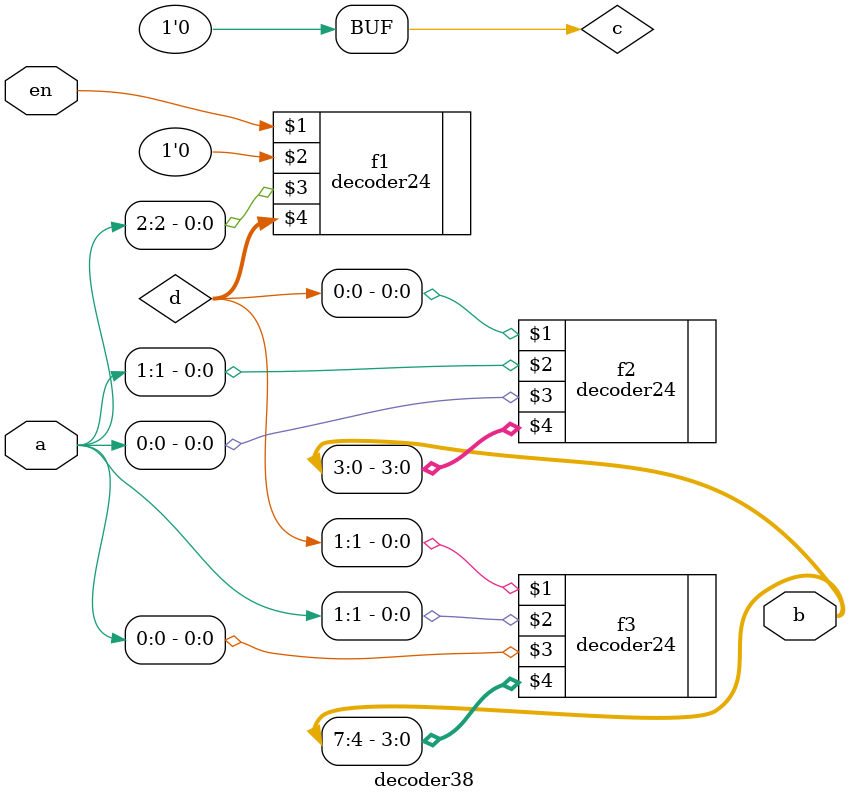
<source format=v>
`include "A1Q3_2-4decoder.v"

module decoder38(en, a, b);
input [2:0] a;
input en;
wire [3:0] d;
output [7:0] b;
reg c = 0;
decoder24 f1 (en, c, a[2], d); //to get d output for using next two 2-4decoder
decoder24 f2 (d[0], a[1], a[0], b[3:0]);
decoder24 f3 (d[1], a[1], a[0], b[7:4]);

endmodule
</source>
